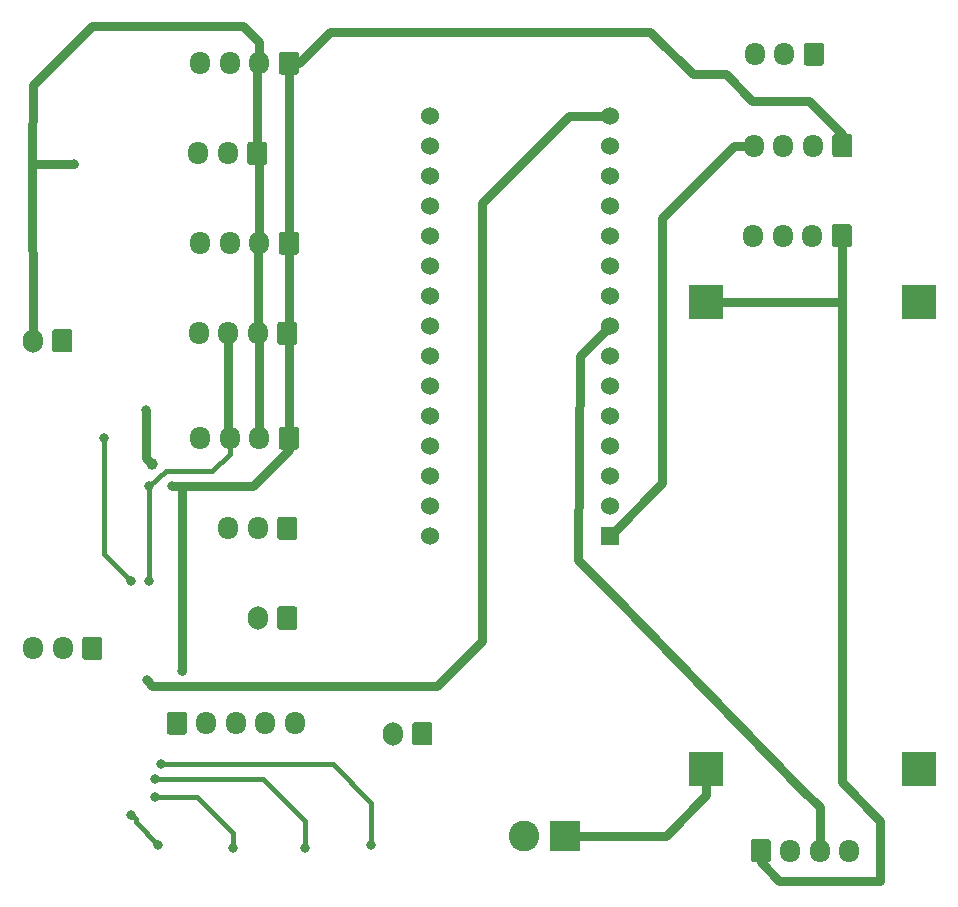
<source format=gbr>
G04 #@! TF.GenerationSoftware,KiCad,Pcbnew,5.1.5*
G04 #@! TF.CreationDate,2020-03-10T21:21:54+01:00*
G04 #@! TF.ProjectId,robotA_2020,726f626f-7441-45f3-9230-32302e6b6963,rev?*
G04 #@! TF.SameCoordinates,Original*
G04 #@! TF.FileFunction,Copper,L2,Bot*
G04 #@! TF.FilePolarity,Positive*
%FSLAX46Y46*%
G04 Gerber Fmt 4.6, Leading zero omitted, Abs format (unit mm)*
G04 Created by KiCad (PCBNEW 5.1.5) date 2020-03-10 21:21:54*
%MOMM*%
%LPD*%
G04 APERTURE LIST*
%ADD10O,1.700000X1.950000*%
%ADD11C,0.100000*%
%ADD12R,2.900000X2.900000*%
%ADD13C,1.524000*%
%ADD14R,1.524000X1.524000*%
%ADD15R,2.600000X2.600000*%
%ADD16C,2.600000*%
%ADD17O,1.700000X2.000000*%
%ADD18C,0.800000*%
%ADD19C,1.000000*%
%ADD20C,0.800000*%
%ADD21C,0.400000*%
G04 APERTURE END LIST*
D10*
X188080000Y-78740000D03*
X190580000Y-78740000D03*
X193080000Y-78740000D03*
G04 #@! TA.AperFunction,ComponentPad*
D11*
G36*
X196204504Y-77766204D02*
G01*
X196228773Y-77769804D01*
X196252571Y-77775765D01*
X196275671Y-77784030D01*
X196297849Y-77794520D01*
X196318893Y-77807133D01*
X196338598Y-77821747D01*
X196356777Y-77838223D01*
X196373253Y-77856402D01*
X196387867Y-77876107D01*
X196400480Y-77897151D01*
X196410970Y-77919329D01*
X196419235Y-77942429D01*
X196425196Y-77966227D01*
X196428796Y-77990496D01*
X196430000Y-78015000D01*
X196430000Y-79465000D01*
X196428796Y-79489504D01*
X196425196Y-79513773D01*
X196419235Y-79537571D01*
X196410970Y-79560671D01*
X196400480Y-79582849D01*
X196387867Y-79603893D01*
X196373253Y-79623598D01*
X196356777Y-79641777D01*
X196338598Y-79658253D01*
X196318893Y-79672867D01*
X196297849Y-79685480D01*
X196275671Y-79695970D01*
X196252571Y-79704235D01*
X196228773Y-79710196D01*
X196204504Y-79713796D01*
X196180000Y-79715000D01*
X194980000Y-79715000D01*
X194955496Y-79713796D01*
X194931227Y-79710196D01*
X194907429Y-79704235D01*
X194884329Y-79695970D01*
X194862151Y-79685480D01*
X194841107Y-79672867D01*
X194821402Y-79658253D01*
X194803223Y-79641777D01*
X194786747Y-79623598D01*
X194772133Y-79603893D01*
X194759520Y-79582849D01*
X194749030Y-79560671D01*
X194740765Y-79537571D01*
X194734804Y-79513773D01*
X194731204Y-79489504D01*
X194730000Y-79465000D01*
X194730000Y-78015000D01*
X194731204Y-77990496D01*
X194734804Y-77966227D01*
X194740765Y-77942429D01*
X194749030Y-77919329D01*
X194759520Y-77897151D01*
X194772133Y-77876107D01*
X194786747Y-77856402D01*
X194803223Y-77838223D01*
X194821402Y-77821747D01*
X194841107Y-77807133D01*
X194862151Y-77794520D01*
X194884329Y-77784030D01*
X194907429Y-77775765D01*
X194931227Y-77769804D01*
X194955496Y-77766204D01*
X194980000Y-77765000D01*
X196180000Y-77765000D01*
X196204504Y-77766204D01*
G37*
G04 #@! TD.AperFunction*
G04 #@! TA.AperFunction,ComponentPad*
G36*
X196164504Y-85386204D02*
G01*
X196188773Y-85389804D01*
X196212571Y-85395765D01*
X196235671Y-85404030D01*
X196257849Y-85414520D01*
X196278893Y-85427133D01*
X196298598Y-85441747D01*
X196316777Y-85458223D01*
X196333253Y-85476402D01*
X196347867Y-85496107D01*
X196360480Y-85517151D01*
X196370970Y-85539329D01*
X196379235Y-85562429D01*
X196385196Y-85586227D01*
X196388796Y-85610496D01*
X196390000Y-85635000D01*
X196390000Y-87085000D01*
X196388796Y-87109504D01*
X196385196Y-87133773D01*
X196379235Y-87157571D01*
X196370970Y-87180671D01*
X196360480Y-87202849D01*
X196347867Y-87223893D01*
X196333253Y-87243598D01*
X196316777Y-87261777D01*
X196298598Y-87278253D01*
X196278893Y-87292867D01*
X196257849Y-87305480D01*
X196235671Y-87315970D01*
X196212571Y-87324235D01*
X196188773Y-87330196D01*
X196164504Y-87333796D01*
X196140000Y-87335000D01*
X194940000Y-87335000D01*
X194915496Y-87333796D01*
X194891227Y-87330196D01*
X194867429Y-87324235D01*
X194844329Y-87315970D01*
X194822151Y-87305480D01*
X194801107Y-87292867D01*
X194781402Y-87278253D01*
X194763223Y-87261777D01*
X194746747Y-87243598D01*
X194732133Y-87223893D01*
X194719520Y-87202849D01*
X194709030Y-87180671D01*
X194700765Y-87157571D01*
X194694804Y-87133773D01*
X194691204Y-87109504D01*
X194690000Y-87085000D01*
X194690000Y-85635000D01*
X194691204Y-85610496D01*
X194694804Y-85586227D01*
X194700765Y-85562429D01*
X194709030Y-85539329D01*
X194719520Y-85517151D01*
X194732133Y-85496107D01*
X194746747Y-85476402D01*
X194763223Y-85458223D01*
X194781402Y-85441747D01*
X194801107Y-85427133D01*
X194822151Y-85414520D01*
X194844329Y-85404030D01*
X194867429Y-85395765D01*
X194891227Y-85389804D01*
X194915496Y-85386204D01*
X194940000Y-85385000D01*
X196140000Y-85385000D01*
X196164504Y-85386204D01*
G37*
G04 #@! TD.AperFunction*
D10*
X193040000Y-86360000D03*
X190540000Y-86360000D03*
X188040000Y-86360000D03*
D12*
X184040000Y-131510000D03*
X202040000Y-131510000D03*
X184040000Y-92010000D03*
X202040000Y-92010000D03*
D13*
X160655000Y-76200000D03*
X160655000Y-78740000D03*
X160655000Y-81280000D03*
X160655000Y-83820000D03*
X160655000Y-86360000D03*
X160655000Y-88900000D03*
X160655000Y-91440000D03*
X160655000Y-93980000D03*
X160655000Y-96520000D03*
X160655000Y-99060000D03*
X160655000Y-101600000D03*
X160655000Y-104140000D03*
X160655000Y-106680000D03*
X160655000Y-109220000D03*
X160655000Y-111760000D03*
X175895000Y-76200000D03*
X175895000Y-78740000D03*
X175895000Y-81280000D03*
X175895000Y-83820000D03*
X175895000Y-86360000D03*
X175895000Y-88900000D03*
X175895000Y-91440000D03*
D14*
X175895000Y-111760000D03*
D13*
X175895000Y-109220000D03*
X175895000Y-106680000D03*
X175895000Y-104140000D03*
X175895000Y-101600000D03*
X175895000Y-99060000D03*
X175895000Y-96520000D03*
X175895000Y-93980000D03*
D10*
X196175000Y-138430000D03*
X193675000Y-138430000D03*
X191175000Y-138430000D03*
G04 #@! TA.AperFunction,ComponentPad*
D11*
G36*
X189299504Y-137456204D02*
G01*
X189323773Y-137459804D01*
X189347571Y-137465765D01*
X189370671Y-137474030D01*
X189392849Y-137484520D01*
X189413893Y-137497133D01*
X189433598Y-137511747D01*
X189451777Y-137528223D01*
X189468253Y-137546402D01*
X189482867Y-137566107D01*
X189495480Y-137587151D01*
X189505970Y-137609329D01*
X189514235Y-137632429D01*
X189520196Y-137656227D01*
X189523796Y-137680496D01*
X189525000Y-137705000D01*
X189525000Y-139155000D01*
X189523796Y-139179504D01*
X189520196Y-139203773D01*
X189514235Y-139227571D01*
X189505970Y-139250671D01*
X189495480Y-139272849D01*
X189482867Y-139293893D01*
X189468253Y-139313598D01*
X189451777Y-139331777D01*
X189433598Y-139348253D01*
X189413893Y-139362867D01*
X189392849Y-139375480D01*
X189370671Y-139385970D01*
X189347571Y-139394235D01*
X189323773Y-139400196D01*
X189299504Y-139403796D01*
X189275000Y-139405000D01*
X188075000Y-139405000D01*
X188050496Y-139403796D01*
X188026227Y-139400196D01*
X188002429Y-139394235D01*
X187979329Y-139385970D01*
X187957151Y-139375480D01*
X187936107Y-139362867D01*
X187916402Y-139348253D01*
X187898223Y-139331777D01*
X187881747Y-139313598D01*
X187867133Y-139293893D01*
X187854520Y-139272849D01*
X187844030Y-139250671D01*
X187835765Y-139227571D01*
X187829804Y-139203773D01*
X187826204Y-139179504D01*
X187825000Y-139155000D01*
X187825000Y-137705000D01*
X187826204Y-137680496D01*
X187829804Y-137656227D01*
X187835765Y-137632429D01*
X187844030Y-137609329D01*
X187854520Y-137587151D01*
X187867133Y-137566107D01*
X187881747Y-137546402D01*
X187898223Y-137528223D01*
X187916402Y-137511747D01*
X187936107Y-137497133D01*
X187957151Y-137484520D01*
X187979329Y-137474030D01*
X188002429Y-137465765D01*
X188026227Y-137459804D01*
X188050496Y-137456204D01*
X188075000Y-137455000D01*
X189275000Y-137455000D01*
X189299504Y-137456204D01*
G37*
G04 #@! TD.AperFunction*
D10*
X141210000Y-71755000D03*
X143710000Y-71755000D03*
X146210000Y-71755000D03*
G04 #@! TA.AperFunction,ComponentPad*
D11*
G36*
X149334504Y-70781204D02*
G01*
X149358773Y-70784804D01*
X149382571Y-70790765D01*
X149405671Y-70799030D01*
X149427849Y-70809520D01*
X149448893Y-70822133D01*
X149468598Y-70836747D01*
X149486777Y-70853223D01*
X149503253Y-70871402D01*
X149517867Y-70891107D01*
X149530480Y-70912151D01*
X149540970Y-70934329D01*
X149549235Y-70957429D01*
X149555196Y-70981227D01*
X149558796Y-71005496D01*
X149560000Y-71030000D01*
X149560000Y-72480000D01*
X149558796Y-72504504D01*
X149555196Y-72528773D01*
X149549235Y-72552571D01*
X149540970Y-72575671D01*
X149530480Y-72597849D01*
X149517867Y-72618893D01*
X149503253Y-72638598D01*
X149486777Y-72656777D01*
X149468598Y-72673253D01*
X149448893Y-72687867D01*
X149427849Y-72700480D01*
X149405671Y-72710970D01*
X149382571Y-72719235D01*
X149358773Y-72725196D01*
X149334504Y-72728796D01*
X149310000Y-72730000D01*
X148110000Y-72730000D01*
X148085496Y-72728796D01*
X148061227Y-72725196D01*
X148037429Y-72719235D01*
X148014329Y-72710970D01*
X147992151Y-72700480D01*
X147971107Y-72687867D01*
X147951402Y-72673253D01*
X147933223Y-72656777D01*
X147916747Y-72638598D01*
X147902133Y-72618893D01*
X147889520Y-72597849D01*
X147879030Y-72575671D01*
X147870765Y-72552571D01*
X147864804Y-72528773D01*
X147861204Y-72504504D01*
X147860000Y-72480000D01*
X147860000Y-71030000D01*
X147861204Y-71005496D01*
X147864804Y-70981227D01*
X147870765Y-70957429D01*
X147879030Y-70934329D01*
X147889520Y-70912151D01*
X147902133Y-70891107D01*
X147916747Y-70871402D01*
X147933223Y-70853223D01*
X147951402Y-70836747D01*
X147971107Y-70822133D01*
X147992151Y-70809520D01*
X148014329Y-70799030D01*
X148037429Y-70790765D01*
X148061227Y-70784804D01*
X148085496Y-70781204D01*
X148110000Y-70780000D01*
X149310000Y-70780000D01*
X149334504Y-70781204D01*
G37*
G04 #@! TD.AperFunction*
G04 #@! TA.AperFunction,ComponentPad*
G36*
X149334504Y-102531204D02*
G01*
X149358773Y-102534804D01*
X149382571Y-102540765D01*
X149405671Y-102549030D01*
X149427849Y-102559520D01*
X149448893Y-102572133D01*
X149468598Y-102586747D01*
X149486777Y-102603223D01*
X149503253Y-102621402D01*
X149517867Y-102641107D01*
X149530480Y-102662151D01*
X149540970Y-102684329D01*
X149549235Y-102707429D01*
X149555196Y-102731227D01*
X149558796Y-102755496D01*
X149560000Y-102780000D01*
X149560000Y-104230000D01*
X149558796Y-104254504D01*
X149555196Y-104278773D01*
X149549235Y-104302571D01*
X149540970Y-104325671D01*
X149530480Y-104347849D01*
X149517867Y-104368893D01*
X149503253Y-104388598D01*
X149486777Y-104406777D01*
X149468598Y-104423253D01*
X149448893Y-104437867D01*
X149427849Y-104450480D01*
X149405671Y-104460970D01*
X149382571Y-104469235D01*
X149358773Y-104475196D01*
X149334504Y-104478796D01*
X149310000Y-104480000D01*
X148110000Y-104480000D01*
X148085496Y-104478796D01*
X148061227Y-104475196D01*
X148037429Y-104469235D01*
X148014329Y-104460970D01*
X147992151Y-104450480D01*
X147971107Y-104437867D01*
X147951402Y-104423253D01*
X147933223Y-104406777D01*
X147916747Y-104388598D01*
X147902133Y-104368893D01*
X147889520Y-104347849D01*
X147879030Y-104325671D01*
X147870765Y-104302571D01*
X147864804Y-104278773D01*
X147861204Y-104254504D01*
X147860000Y-104230000D01*
X147860000Y-102780000D01*
X147861204Y-102755496D01*
X147864804Y-102731227D01*
X147870765Y-102707429D01*
X147879030Y-102684329D01*
X147889520Y-102662151D01*
X147902133Y-102641107D01*
X147916747Y-102621402D01*
X147933223Y-102603223D01*
X147951402Y-102586747D01*
X147971107Y-102572133D01*
X147992151Y-102559520D01*
X148014329Y-102549030D01*
X148037429Y-102540765D01*
X148061227Y-102534804D01*
X148085496Y-102531204D01*
X148110000Y-102530000D01*
X149310000Y-102530000D01*
X149334504Y-102531204D01*
G37*
G04 #@! TD.AperFunction*
D10*
X146210000Y-103505000D03*
X143710000Y-103505000D03*
X141210000Y-103505000D03*
X141050000Y-79375000D03*
X143550000Y-79375000D03*
G04 #@! TA.AperFunction,ComponentPad*
D11*
G36*
X146674504Y-78401204D02*
G01*
X146698773Y-78404804D01*
X146722571Y-78410765D01*
X146745671Y-78419030D01*
X146767849Y-78429520D01*
X146788893Y-78442133D01*
X146808598Y-78456747D01*
X146826777Y-78473223D01*
X146843253Y-78491402D01*
X146857867Y-78511107D01*
X146870480Y-78532151D01*
X146880970Y-78554329D01*
X146889235Y-78577429D01*
X146895196Y-78601227D01*
X146898796Y-78625496D01*
X146900000Y-78650000D01*
X146900000Y-80100000D01*
X146898796Y-80124504D01*
X146895196Y-80148773D01*
X146889235Y-80172571D01*
X146880970Y-80195671D01*
X146870480Y-80217849D01*
X146857867Y-80238893D01*
X146843253Y-80258598D01*
X146826777Y-80276777D01*
X146808598Y-80293253D01*
X146788893Y-80307867D01*
X146767849Y-80320480D01*
X146745671Y-80330970D01*
X146722571Y-80339235D01*
X146698773Y-80345196D01*
X146674504Y-80348796D01*
X146650000Y-80350000D01*
X145450000Y-80350000D01*
X145425496Y-80348796D01*
X145401227Y-80345196D01*
X145377429Y-80339235D01*
X145354329Y-80330970D01*
X145332151Y-80320480D01*
X145311107Y-80307867D01*
X145291402Y-80293253D01*
X145273223Y-80276777D01*
X145256747Y-80258598D01*
X145242133Y-80238893D01*
X145229520Y-80217849D01*
X145219030Y-80195671D01*
X145210765Y-80172571D01*
X145204804Y-80148773D01*
X145201204Y-80124504D01*
X145200000Y-80100000D01*
X145200000Y-78650000D01*
X145201204Y-78625496D01*
X145204804Y-78601227D01*
X145210765Y-78577429D01*
X145219030Y-78554329D01*
X145229520Y-78532151D01*
X145242133Y-78511107D01*
X145256747Y-78491402D01*
X145273223Y-78473223D01*
X145291402Y-78456747D01*
X145311107Y-78442133D01*
X145332151Y-78429520D01*
X145354329Y-78419030D01*
X145377429Y-78410765D01*
X145401227Y-78404804D01*
X145425496Y-78401204D01*
X145450000Y-78400000D01*
X146650000Y-78400000D01*
X146674504Y-78401204D01*
G37*
G04 #@! TD.AperFunction*
G04 #@! TA.AperFunction,ComponentPad*
G36*
X193791504Y-70019204D02*
G01*
X193815773Y-70022804D01*
X193839571Y-70028765D01*
X193862671Y-70037030D01*
X193884849Y-70047520D01*
X193905893Y-70060133D01*
X193925598Y-70074747D01*
X193943777Y-70091223D01*
X193960253Y-70109402D01*
X193974867Y-70129107D01*
X193987480Y-70150151D01*
X193997970Y-70172329D01*
X194006235Y-70195429D01*
X194012196Y-70219227D01*
X194015796Y-70243496D01*
X194017000Y-70268000D01*
X194017000Y-71718000D01*
X194015796Y-71742504D01*
X194012196Y-71766773D01*
X194006235Y-71790571D01*
X193997970Y-71813671D01*
X193987480Y-71835849D01*
X193974867Y-71856893D01*
X193960253Y-71876598D01*
X193943777Y-71894777D01*
X193925598Y-71911253D01*
X193905893Y-71925867D01*
X193884849Y-71938480D01*
X193862671Y-71948970D01*
X193839571Y-71957235D01*
X193815773Y-71963196D01*
X193791504Y-71966796D01*
X193767000Y-71968000D01*
X192567000Y-71968000D01*
X192542496Y-71966796D01*
X192518227Y-71963196D01*
X192494429Y-71957235D01*
X192471329Y-71948970D01*
X192449151Y-71938480D01*
X192428107Y-71925867D01*
X192408402Y-71911253D01*
X192390223Y-71894777D01*
X192373747Y-71876598D01*
X192359133Y-71856893D01*
X192346520Y-71835849D01*
X192336030Y-71813671D01*
X192327765Y-71790571D01*
X192321804Y-71766773D01*
X192318204Y-71742504D01*
X192317000Y-71718000D01*
X192317000Y-70268000D01*
X192318204Y-70243496D01*
X192321804Y-70219227D01*
X192327765Y-70195429D01*
X192336030Y-70172329D01*
X192346520Y-70150151D01*
X192359133Y-70129107D01*
X192373747Y-70109402D01*
X192390223Y-70091223D01*
X192408402Y-70074747D01*
X192428107Y-70060133D01*
X192449151Y-70047520D01*
X192471329Y-70037030D01*
X192494429Y-70028765D01*
X192518227Y-70022804D01*
X192542496Y-70019204D01*
X192567000Y-70018000D01*
X193767000Y-70018000D01*
X193791504Y-70019204D01*
G37*
G04 #@! TD.AperFunction*
D10*
X190667000Y-70993000D03*
X188167000Y-70993000D03*
G04 #@! TA.AperFunction,ComponentPad*
D11*
G36*
X149334504Y-86021204D02*
G01*
X149358773Y-86024804D01*
X149382571Y-86030765D01*
X149405671Y-86039030D01*
X149427849Y-86049520D01*
X149448893Y-86062133D01*
X149468598Y-86076747D01*
X149486777Y-86093223D01*
X149503253Y-86111402D01*
X149517867Y-86131107D01*
X149530480Y-86152151D01*
X149540970Y-86174329D01*
X149549235Y-86197429D01*
X149555196Y-86221227D01*
X149558796Y-86245496D01*
X149560000Y-86270000D01*
X149560000Y-87720000D01*
X149558796Y-87744504D01*
X149555196Y-87768773D01*
X149549235Y-87792571D01*
X149540970Y-87815671D01*
X149530480Y-87837849D01*
X149517867Y-87858893D01*
X149503253Y-87878598D01*
X149486777Y-87896777D01*
X149468598Y-87913253D01*
X149448893Y-87927867D01*
X149427849Y-87940480D01*
X149405671Y-87950970D01*
X149382571Y-87959235D01*
X149358773Y-87965196D01*
X149334504Y-87968796D01*
X149310000Y-87970000D01*
X148110000Y-87970000D01*
X148085496Y-87968796D01*
X148061227Y-87965196D01*
X148037429Y-87959235D01*
X148014329Y-87950970D01*
X147992151Y-87940480D01*
X147971107Y-87927867D01*
X147951402Y-87913253D01*
X147933223Y-87896777D01*
X147916747Y-87878598D01*
X147902133Y-87858893D01*
X147889520Y-87837849D01*
X147879030Y-87815671D01*
X147870765Y-87792571D01*
X147864804Y-87768773D01*
X147861204Y-87744504D01*
X147860000Y-87720000D01*
X147860000Y-86270000D01*
X147861204Y-86245496D01*
X147864804Y-86221227D01*
X147870765Y-86197429D01*
X147879030Y-86174329D01*
X147889520Y-86152151D01*
X147902133Y-86131107D01*
X147916747Y-86111402D01*
X147933223Y-86093223D01*
X147951402Y-86076747D01*
X147971107Y-86062133D01*
X147992151Y-86049520D01*
X148014329Y-86039030D01*
X148037429Y-86030765D01*
X148061227Y-86024804D01*
X148085496Y-86021204D01*
X148110000Y-86020000D01*
X149310000Y-86020000D01*
X149334504Y-86021204D01*
G37*
G04 #@! TD.AperFunction*
D10*
X146210000Y-86995000D03*
X143710000Y-86995000D03*
X141210000Y-86995000D03*
G04 #@! TA.AperFunction,ComponentPad*
D11*
G36*
X149214504Y-110151204D02*
G01*
X149238773Y-110154804D01*
X149262571Y-110160765D01*
X149285671Y-110169030D01*
X149307849Y-110179520D01*
X149328893Y-110192133D01*
X149348598Y-110206747D01*
X149366777Y-110223223D01*
X149383253Y-110241402D01*
X149397867Y-110261107D01*
X149410480Y-110282151D01*
X149420970Y-110304329D01*
X149429235Y-110327429D01*
X149435196Y-110351227D01*
X149438796Y-110375496D01*
X149440000Y-110400000D01*
X149440000Y-111850000D01*
X149438796Y-111874504D01*
X149435196Y-111898773D01*
X149429235Y-111922571D01*
X149420970Y-111945671D01*
X149410480Y-111967849D01*
X149397867Y-111988893D01*
X149383253Y-112008598D01*
X149366777Y-112026777D01*
X149348598Y-112043253D01*
X149328893Y-112057867D01*
X149307849Y-112070480D01*
X149285671Y-112080970D01*
X149262571Y-112089235D01*
X149238773Y-112095196D01*
X149214504Y-112098796D01*
X149190000Y-112100000D01*
X147990000Y-112100000D01*
X147965496Y-112098796D01*
X147941227Y-112095196D01*
X147917429Y-112089235D01*
X147894329Y-112080970D01*
X147872151Y-112070480D01*
X147851107Y-112057867D01*
X147831402Y-112043253D01*
X147813223Y-112026777D01*
X147796747Y-112008598D01*
X147782133Y-111988893D01*
X147769520Y-111967849D01*
X147759030Y-111945671D01*
X147750765Y-111922571D01*
X147744804Y-111898773D01*
X147741204Y-111874504D01*
X147740000Y-111850000D01*
X147740000Y-110400000D01*
X147741204Y-110375496D01*
X147744804Y-110351227D01*
X147750765Y-110327429D01*
X147759030Y-110304329D01*
X147769520Y-110282151D01*
X147782133Y-110261107D01*
X147796747Y-110241402D01*
X147813223Y-110223223D01*
X147831402Y-110206747D01*
X147851107Y-110192133D01*
X147872151Y-110179520D01*
X147894329Y-110169030D01*
X147917429Y-110160765D01*
X147941227Y-110154804D01*
X147965496Y-110151204D01*
X147990000Y-110150000D01*
X149190000Y-110150000D01*
X149214504Y-110151204D01*
G37*
G04 #@! TD.AperFunction*
D10*
X146090000Y-111125000D03*
X143590000Y-111125000D03*
D15*
X172085000Y-137160000D03*
D16*
X168585000Y-137160000D03*
G04 #@! TA.AperFunction,ComponentPad*
D11*
G36*
X149214504Y-93641204D02*
G01*
X149238773Y-93644804D01*
X149262571Y-93650765D01*
X149285671Y-93659030D01*
X149307849Y-93669520D01*
X149328893Y-93682133D01*
X149348598Y-93696747D01*
X149366777Y-93713223D01*
X149383253Y-93731402D01*
X149397867Y-93751107D01*
X149410480Y-93772151D01*
X149420970Y-93794329D01*
X149429235Y-93817429D01*
X149435196Y-93841227D01*
X149438796Y-93865496D01*
X149440000Y-93890000D01*
X149440000Y-95340000D01*
X149438796Y-95364504D01*
X149435196Y-95388773D01*
X149429235Y-95412571D01*
X149420970Y-95435671D01*
X149410480Y-95457849D01*
X149397867Y-95478893D01*
X149383253Y-95498598D01*
X149366777Y-95516777D01*
X149348598Y-95533253D01*
X149328893Y-95547867D01*
X149307849Y-95560480D01*
X149285671Y-95570970D01*
X149262571Y-95579235D01*
X149238773Y-95585196D01*
X149214504Y-95588796D01*
X149190000Y-95590000D01*
X147990000Y-95590000D01*
X147965496Y-95588796D01*
X147941227Y-95585196D01*
X147917429Y-95579235D01*
X147894329Y-95570970D01*
X147872151Y-95560480D01*
X147851107Y-95547867D01*
X147831402Y-95533253D01*
X147813223Y-95516777D01*
X147796747Y-95498598D01*
X147782133Y-95478893D01*
X147769520Y-95457849D01*
X147759030Y-95435671D01*
X147750765Y-95412571D01*
X147744804Y-95388773D01*
X147741204Y-95364504D01*
X147740000Y-95340000D01*
X147740000Y-93890000D01*
X147741204Y-93865496D01*
X147744804Y-93841227D01*
X147750765Y-93817429D01*
X147759030Y-93794329D01*
X147769520Y-93772151D01*
X147782133Y-93751107D01*
X147796747Y-93731402D01*
X147813223Y-93713223D01*
X147831402Y-93696747D01*
X147851107Y-93682133D01*
X147872151Y-93669520D01*
X147894329Y-93659030D01*
X147917429Y-93650765D01*
X147941227Y-93644804D01*
X147965496Y-93641204D01*
X147990000Y-93640000D01*
X149190000Y-93640000D01*
X149214504Y-93641204D01*
G37*
G04 #@! TD.AperFunction*
D10*
X146090000Y-94615000D03*
X143590000Y-94615000D03*
X141090000Y-94615000D03*
G04 #@! TA.AperFunction,ComponentPad*
D11*
G36*
X139849504Y-126661204D02*
G01*
X139873773Y-126664804D01*
X139897571Y-126670765D01*
X139920671Y-126679030D01*
X139942849Y-126689520D01*
X139963893Y-126702133D01*
X139983598Y-126716747D01*
X140001777Y-126733223D01*
X140018253Y-126751402D01*
X140032867Y-126771107D01*
X140045480Y-126792151D01*
X140055970Y-126814329D01*
X140064235Y-126837429D01*
X140070196Y-126861227D01*
X140073796Y-126885496D01*
X140075000Y-126910000D01*
X140075000Y-128360000D01*
X140073796Y-128384504D01*
X140070196Y-128408773D01*
X140064235Y-128432571D01*
X140055970Y-128455671D01*
X140045480Y-128477849D01*
X140032867Y-128498893D01*
X140018253Y-128518598D01*
X140001777Y-128536777D01*
X139983598Y-128553253D01*
X139963893Y-128567867D01*
X139942849Y-128580480D01*
X139920671Y-128590970D01*
X139897571Y-128599235D01*
X139873773Y-128605196D01*
X139849504Y-128608796D01*
X139825000Y-128610000D01*
X138625000Y-128610000D01*
X138600496Y-128608796D01*
X138576227Y-128605196D01*
X138552429Y-128599235D01*
X138529329Y-128590970D01*
X138507151Y-128580480D01*
X138486107Y-128567867D01*
X138466402Y-128553253D01*
X138448223Y-128536777D01*
X138431747Y-128518598D01*
X138417133Y-128498893D01*
X138404520Y-128477849D01*
X138394030Y-128455671D01*
X138385765Y-128432571D01*
X138379804Y-128408773D01*
X138376204Y-128384504D01*
X138375000Y-128360000D01*
X138375000Y-126910000D01*
X138376204Y-126885496D01*
X138379804Y-126861227D01*
X138385765Y-126837429D01*
X138394030Y-126814329D01*
X138404520Y-126792151D01*
X138417133Y-126771107D01*
X138431747Y-126751402D01*
X138448223Y-126733223D01*
X138466402Y-126716747D01*
X138486107Y-126702133D01*
X138507151Y-126689520D01*
X138529329Y-126679030D01*
X138552429Y-126670765D01*
X138576227Y-126664804D01*
X138600496Y-126661204D01*
X138625000Y-126660000D01*
X139825000Y-126660000D01*
X139849504Y-126661204D01*
G37*
G04 #@! TD.AperFunction*
D10*
X141725000Y-127635000D03*
X144225000Y-127635000D03*
X146725000Y-127635000D03*
X149225000Y-127635000D03*
G04 #@! TA.AperFunction,ComponentPad*
D11*
G36*
X132704504Y-120311204D02*
G01*
X132728773Y-120314804D01*
X132752571Y-120320765D01*
X132775671Y-120329030D01*
X132797849Y-120339520D01*
X132818893Y-120352133D01*
X132838598Y-120366747D01*
X132856777Y-120383223D01*
X132873253Y-120401402D01*
X132887867Y-120421107D01*
X132900480Y-120442151D01*
X132910970Y-120464329D01*
X132919235Y-120487429D01*
X132925196Y-120511227D01*
X132928796Y-120535496D01*
X132930000Y-120560000D01*
X132930000Y-122010000D01*
X132928796Y-122034504D01*
X132925196Y-122058773D01*
X132919235Y-122082571D01*
X132910970Y-122105671D01*
X132900480Y-122127849D01*
X132887867Y-122148893D01*
X132873253Y-122168598D01*
X132856777Y-122186777D01*
X132838598Y-122203253D01*
X132818893Y-122217867D01*
X132797849Y-122230480D01*
X132775671Y-122240970D01*
X132752571Y-122249235D01*
X132728773Y-122255196D01*
X132704504Y-122258796D01*
X132680000Y-122260000D01*
X131480000Y-122260000D01*
X131455496Y-122258796D01*
X131431227Y-122255196D01*
X131407429Y-122249235D01*
X131384329Y-122240970D01*
X131362151Y-122230480D01*
X131341107Y-122217867D01*
X131321402Y-122203253D01*
X131303223Y-122186777D01*
X131286747Y-122168598D01*
X131272133Y-122148893D01*
X131259520Y-122127849D01*
X131249030Y-122105671D01*
X131240765Y-122082571D01*
X131234804Y-122058773D01*
X131231204Y-122034504D01*
X131230000Y-122010000D01*
X131230000Y-120560000D01*
X131231204Y-120535496D01*
X131234804Y-120511227D01*
X131240765Y-120487429D01*
X131249030Y-120464329D01*
X131259520Y-120442151D01*
X131272133Y-120421107D01*
X131286747Y-120401402D01*
X131303223Y-120383223D01*
X131321402Y-120366747D01*
X131341107Y-120352133D01*
X131362151Y-120339520D01*
X131384329Y-120329030D01*
X131407429Y-120320765D01*
X131431227Y-120314804D01*
X131455496Y-120311204D01*
X131480000Y-120310000D01*
X132680000Y-120310000D01*
X132704504Y-120311204D01*
G37*
G04 #@! TD.AperFunction*
D10*
X129580000Y-121285000D03*
X127080000Y-121285000D03*
G04 #@! TA.AperFunction,ComponentPad*
D11*
G36*
X149214504Y-117746204D02*
G01*
X149238773Y-117749804D01*
X149262571Y-117755765D01*
X149285671Y-117764030D01*
X149307849Y-117774520D01*
X149328893Y-117787133D01*
X149348598Y-117801747D01*
X149366777Y-117818223D01*
X149383253Y-117836402D01*
X149397867Y-117856107D01*
X149410480Y-117877151D01*
X149420970Y-117899329D01*
X149429235Y-117922429D01*
X149435196Y-117946227D01*
X149438796Y-117970496D01*
X149440000Y-117995000D01*
X149440000Y-119495000D01*
X149438796Y-119519504D01*
X149435196Y-119543773D01*
X149429235Y-119567571D01*
X149420970Y-119590671D01*
X149410480Y-119612849D01*
X149397867Y-119633893D01*
X149383253Y-119653598D01*
X149366777Y-119671777D01*
X149348598Y-119688253D01*
X149328893Y-119702867D01*
X149307849Y-119715480D01*
X149285671Y-119725970D01*
X149262571Y-119734235D01*
X149238773Y-119740196D01*
X149214504Y-119743796D01*
X149190000Y-119745000D01*
X147990000Y-119745000D01*
X147965496Y-119743796D01*
X147941227Y-119740196D01*
X147917429Y-119734235D01*
X147894329Y-119725970D01*
X147872151Y-119715480D01*
X147851107Y-119702867D01*
X147831402Y-119688253D01*
X147813223Y-119671777D01*
X147796747Y-119653598D01*
X147782133Y-119633893D01*
X147769520Y-119612849D01*
X147759030Y-119590671D01*
X147750765Y-119567571D01*
X147744804Y-119543773D01*
X147741204Y-119519504D01*
X147740000Y-119495000D01*
X147740000Y-117995000D01*
X147741204Y-117970496D01*
X147744804Y-117946227D01*
X147750765Y-117922429D01*
X147759030Y-117899329D01*
X147769520Y-117877151D01*
X147782133Y-117856107D01*
X147796747Y-117836402D01*
X147813223Y-117818223D01*
X147831402Y-117801747D01*
X147851107Y-117787133D01*
X147872151Y-117774520D01*
X147894329Y-117764030D01*
X147917429Y-117755765D01*
X147941227Y-117749804D01*
X147965496Y-117746204D01*
X147990000Y-117745000D01*
X149190000Y-117745000D01*
X149214504Y-117746204D01*
G37*
G04 #@! TD.AperFunction*
D17*
X146090000Y-118745000D03*
X127040000Y-95250000D03*
G04 #@! TA.AperFunction,ComponentPad*
D11*
G36*
X130164504Y-94251204D02*
G01*
X130188773Y-94254804D01*
X130212571Y-94260765D01*
X130235671Y-94269030D01*
X130257849Y-94279520D01*
X130278893Y-94292133D01*
X130298598Y-94306747D01*
X130316777Y-94323223D01*
X130333253Y-94341402D01*
X130347867Y-94361107D01*
X130360480Y-94382151D01*
X130370970Y-94404329D01*
X130379235Y-94427429D01*
X130385196Y-94451227D01*
X130388796Y-94475496D01*
X130390000Y-94500000D01*
X130390000Y-96000000D01*
X130388796Y-96024504D01*
X130385196Y-96048773D01*
X130379235Y-96072571D01*
X130370970Y-96095671D01*
X130360480Y-96117849D01*
X130347867Y-96138893D01*
X130333253Y-96158598D01*
X130316777Y-96176777D01*
X130298598Y-96193253D01*
X130278893Y-96207867D01*
X130257849Y-96220480D01*
X130235671Y-96230970D01*
X130212571Y-96239235D01*
X130188773Y-96245196D01*
X130164504Y-96248796D01*
X130140000Y-96250000D01*
X128940000Y-96250000D01*
X128915496Y-96248796D01*
X128891227Y-96245196D01*
X128867429Y-96239235D01*
X128844329Y-96230970D01*
X128822151Y-96220480D01*
X128801107Y-96207867D01*
X128781402Y-96193253D01*
X128763223Y-96176777D01*
X128746747Y-96158598D01*
X128732133Y-96138893D01*
X128719520Y-96117849D01*
X128709030Y-96095671D01*
X128700765Y-96072571D01*
X128694804Y-96048773D01*
X128691204Y-96024504D01*
X128690000Y-96000000D01*
X128690000Y-94500000D01*
X128691204Y-94475496D01*
X128694804Y-94451227D01*
X128700765Y-94427429D01*
X128709030Y-94404329D01*
X128719520Y-94382151D01*
X128732133Y-94361107D01*
X128746747Y-94341402D01*
X128763223Y-94323223D01*
X128781402Y-94306747D01*
X128801107Y-94292133D01*
X128822151Y-94279520D01*
X128844329Y-94269030D01*
X128867429Y-94260765D01*
X128891227Y-94254804D01*
X128915496Y-94251204D01*
X128940000Y-94250000D01*
X130140000Y-94250000D01*
X130164504Y-94251204D01*
G37*
G04 #@! TD.AperFunction*
G04 #@! TA.AperFunction,ComponentPad*
G36*
X160644504Y-127525204D02*
G01*
X160668773Y-127528804D01*
X160692571Y-127534765D01*
X160715671Y-127543030D01*
X160737849Y-127553520D01*
X160758893Y-127566133D01*
X160778598Y-127580747D01*
X160796777Y-127597223D01*
X160813253Y-127615402D01*
X160827867Y-127635107D01*
X160840480Y-127656151D01*
X160850970Y-127678329D01*
X160859235Y-127701429D01*
X160865196Y-127725227D01*
X160868796Y-127749496D01*
X160870000Y-127774000D01*
X160870000Y-129274000D01*
X160868796Y-129298504D01*
X160865196Y-129322773D01*
X160859235Y-129346571D01*
X160850970Y-129369671D01*
X160840480Y-129391849D01*
X160827867Y-129412893D01*
X160813253Y-129432598D01*
X160796777Y-129450777D01*
X160778598Y-129467253D01*
X160758893Y-129481867D01*
X160737849Y-129494480D01*
X160715671Y-129504970D01*
X160692571Y-129513235D01*
X160668773Y-129519196D01*
X160644504Y-129522796D01*
X160620000Y-129524000D01*
X159420000Y-129524000D01*
X159395496Y-129522796D01*
X159371227Y-129519196D01*
X159347429Y-129513235D01*
X159324329Y-129504970D01*
X159302151Y-129494480D01*
X159281107Y-129481867D01*
X159261402Y-129467253D01*
X159243223Y-129450777D01*
X159226747Y-129432598D01*
X159212133Y-129412893D01*
X159199520Y-129391849D01*
X159189030Y-129369671D01*
X159180765Y-129346571D01*
X159174804Y-129322773D01*
X159171204Y-129298504D01*
X159170000Y-129274000D01*
X159170000Y-127774000D01*
X159171204Y-127749496D01*
X159174804Y-127725227D01*
X159180765Y-127701429D01*
X159189030Y-127678329D01*
X159199520Y-127656151D01*
X159212133Y-127635107D01*
X159226747Y-127615402D01*
X159243223Y-127597223D01*
X159261402Y-127580747D01*
X159281107Y-127566133D01*
X159302151Y-127553520D01*
X159324329Y-127543030D01*
X159347429Y-127534765D01*
X159371227Y-127528804D01*
X159395496Y-127525204D01*
X159420000Y-127524000D01*
X160620000Y-127524000D01*
X160644504Y-127525204D01*
G37*
G04 #@! TD.AperFunction*
D17*
X157520000Y-128524000D03*
D18*
X130505000Y-80315000D03*
X138836400Y-107543600D03*
X139700000Y-123190000D03*
X138836400Y-107543600D03*
X136652000Y-101092000D03*
D19*
X137160000Y-105664000D03*
D18*
X136906000Y-115570000D03*
X136880000Y-107595000D03*
X136669999Y-123969999D03*
X135382000Y-115570000D03*
X133096000Y-103505000D03*
X135382000Y-135382000D03*
X137668000Y-137922000D03*
X137414000Y-133858000D03*
X144018000Y-138176000D03*
X137414000Y-132334000D03*
X150114000Y-138176000D03*
X137851000Y-131135000D03*
X155702000Y-137922000D03*
D20*
X127040000Y-73620000D02*
X132080000Y-68580000D01*
X146210000Y-69980000D02*
X146210000Y-71755000D01*
X144810000Y-68580000D02*
X146210000Y-69980000D01*
X132080000Y-68580000D02*
X144810000Y-68580000D01*
X127305000Y-80315000D02*
X127000000Y-80010000D01*
X130505000Y-80315000D02*
X127305000Y-80315000D01*
X127040000Y-95250000D02*
X127000000Y-80010000D01*
X127000000Y-80010000D02*
X127040000Y-73620000D01*
X146210000Y-94735000D02*
X146090000Y-94615000D01*
X146210000Y-103505000D02*
X146210000Y-94735000D01*
X146090000Y-87115000D02*
X146210000Y-86995000D01*
X146090000Y-94615000D02*
X146090000Y-87115000D01*
X146210000Y-79535000D02*
X146050000Y-79375000D01*
X146210000Y-86995000D02*
X146210000Y-79535000D01*
X146050000Y-71915000D02*
X146210000Y-71755000D01*
X146050000Y-79375000D02*
X146050000Y-71915000D01*
X173355000Y-96520000D02*
X175895000Y-93980000D01*
X193675000Y-138430000D02*
X193675000Y-134747000D01*
X193675000Y-134747000D02*
X192024000Y-133096000D01*
X192024000Y-133096000D02*
X176280998Y-116844998D01*
X176280998Y-116844998D02*
X173228000Y-113792000D01*
X173228000Y-113792000D02*
X173355000Y-96520000D01*
X148710000Y-72730000D02*
X148710000Y-86995000D01*
X148710000Y-71755000D02*
X148710000Y-72730000D01*
X148710000Y-94495000D02*
X148590000Y-94615000D01*
X148710000Y-86995000D02*
X148710000Y-94495000D01*
X148710000Y-104480000D02*
X148710000Y-103505000D01*
X138836400Y-107543600D02*
X138836400Y-107543600D01*
X145646400Y-107543600D02*
X148710000Y-104480000D01*
X148710000Y-94735000D02*
X148590000Y-94615000D01*
X148710000Y-103505000D02*
X148710000Y-94735000D01*
X149560000Y-71755000D02*
X152227000Y-69088000D01*
X148710000Y-71755000D02*
X149560000Y-71755000D01*
X152227000Y-69088000D02*
X179324000Y-69088000D01*
X182931010Y-72695010D02*
X185725010Y-72695010D01*
X179324000Y-69088000D02*
X182931010Y-72695010D01*
X185725010Y-72695010D02*
X187960000Y-74930000D01*
X187960000Y-74930000D02*
X192745000Y-74930000D01*
X195580000Y-77765000D02*
X195580000Y-78740000D01*
X192745000Y-74930000D02*
X195580000Y-77765000D01*
X138836400Y-107543600D02*
X145646400Y-107543600D01*
X139700000Y-108407200D02*
X139700000Y-107543609D01*
X139700000Y-123190000D02*
X139700000Y-108407200D01*
X184040000Y-92010000D02*
X195515000Y-92010000D01*
X195540000Y-91985000D02*
X195540000Y-86360000D01*
X195515000Y-92010000D02*
X195540000Y-91985000D01*
X188675000Y-139405000D02*
X188675000Y-138430000D01*
X195515000Y-92010000D02*
X195515000Y-132650000D01*
X198755000Y-135890000D02*
X198755000Y-140970000D01*
X190240000Y-140970000D02*
X188675000Y-139405000D01*
X195515000Y-132650000D02*
X198755000Y-135890000D01*
X136652000Y-101092000D02*
X136652000Y-105156000D01*
X136652000Y-105156000D02*
X137160000Y-105664000D01*
X137160000Y-105664000D02*
X137160000Y-105664000D01*
X198755000Y-140970000D02*
X190240000Y-140970000D01*
D21*
X136906000Y-115570000D02*
X136906000Y-107696000D01*
D20*
X143590000Y-103385000D02*
X143710000Y-103505000D01*
X143590000Y-94615000D02*
X143590000Y-103385000D01*
X172466000Y-76200000D02*
X175895000Y-76200000D01*
X137160000Y-124460000D02*
X161290000Y-124460000D01*
X165100000Y-120650000D02*
X165100000Y-83566000D01*
X136669999Y-123969999D02*
X137160000Y-124460000D01*
X161290000Y-124460000D02*
X165100000Y-120650000D01*
X165100000Y-83566000D02*
X172466000Y-76200000D01*
D21*
X143710000Y-104880000D02*
X143710000Y-103505000D01*
X142240000Y-106299000D02*
X143710000Y-104880000D01*
X136880000Y-107595000D02*
X138303000Y-106299000D01*
X138303000Y-106299000D02*
X142240000Y-106299000D01*
X133096000Y-113284000D02*
X133096000Y-103505000D01*
X135382000Y-115570000D02*
X133096000Y-113284000D01*
D20*
X180340000Y-84830000D02*
X186430000Y-78740000D01*
X180340000Y-107315000D02*
X180340000Y-84830000D01*
X186430000Y-78740000D02*
X188080000Y-78740000D01*
X175895000Y-111760000D02*
X180340000Y-107315000D01*
X184040000Y-133760000D02*
X180640000Y-137160000D01*
X184040000Y-131510000D02*
X184040000Y-133760000D01*
X180640000Y-137160000D02*
X172085000Y-137160000D01*
D21*
X135781999Y-135781999D02*
X135781999Y-136035999D01*
X135382000Y-135382000D02*
X135781999Y-135781999D01*
X135781999Y-136035999D02*
X137668000Y-137922000D01*
X137668000Y-137922000D02*
X137668000Y-137922000D01*
X137414000Y-133858000D02*
X140970000Y-133858000D01*
X140970000Y-133858000D02*
X144018000Y-136906000D01*
X144018000Y-136906000D02*
X144018000Y-138176000D01*
X144018000Y-138176000D02*
X144018000Y-138176000D01*
X137414000Y-132334000D02*
X146558000Y-132334000D01*
X146558000Y-132334000D02*
X150114000Y-135890000D01*
X150114000Y-135890000D02*
X150114000Y-138176000D01*
X150114000Y-138176000D02*
X150114000Y-138176000D01*
X137851000Y-131135000D02*
X152471000Y-131135000D01*
X152471000Y-131135000D02*
X155702000Y-134366000D01*
X155702000Y-134366000D02*
X155702000Y-137922000D01*
X155702000Y-137922000D02*
X155702000Y-137922000D01*
M02*

</source>
